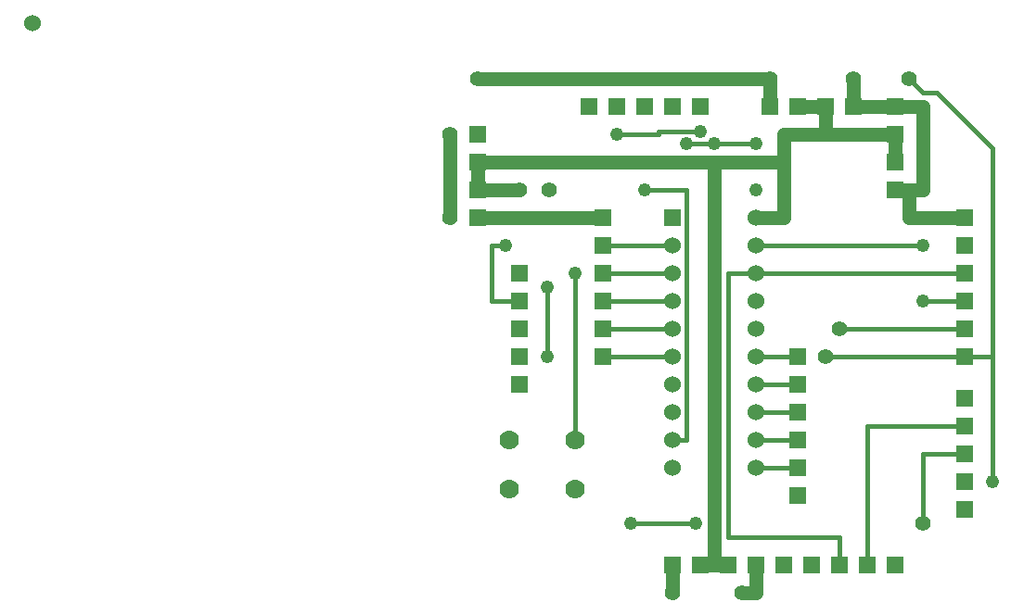
<source format=gbr>
%FSLAX23Y23*%
%MOIN*%
G04 EasyPC Gerber Version 18.0.1 Build 3581 *
%ADD14R,0.06000X0.06000*%
%ADD12R,0.06000X0.06000*%
%ADD70C,0.01500*%
%ADD19C,0.04800*%
%ADD18C,0.05000*%
%ADD17C,0.05600*%
%ADD10C,0.06000*%
%ADD13C,0.06000*%
%ADD16C,0.07000*%
X0Y0D02*
D02*
D10*
X30Y2203D03*
D02*
D12*
X2330Y1503D03*
D02*
D13*
Y603D03*
Y703D03*
Y803D03*
Y903D03*
Y1002D03*
Y1103D03*
Y1202D03*
Y1303D03*
Y1403D03*
X2630Y603D03*
Y703D03*
Y803D03*
Y903D03*
Y1002D03*
Y1103D03*
Y1202D03*
Y1303D03*
Y1403D03*
Y1503D03*
D02*
D14*
X1630D03*
Y1603D03*
Y1703D03*
Y1803D03*
X1780Y903D03*
Y1002D03*
Y1103D03*
Y1202D03*
Y1303D03*
X2030Y1903D03*
X2080Y1002D03*
Y1103D03*
Y1202D03*
Y1303D03*
Y1403D03*
Y1503D03*
X2130Y1903D03*
X2230D03*
X2330Y253D03*
Y1903D03*
X2430Y253D03*
Y1903D03*
X2530Y253D03*
X2630D03*
X2680Y1903D03*
X2730Y253D03*
X2780Y502D03*
Y603D03*
Y703D03*
Y803D03*
Y903D03*
Y1002D03*
Y1903D03*
X2830Y253D03*
X2880Y1903D03*
X2930Y253D03*
X2980Y1903D03*
X3030Y253D03*
X3130D03*
Y1603D03*
Y1703D03*
Y1803D03*
Y1903D03*
X3380Y453D03*
Y553D03*
Y653D03*
Y753D03*
Y853D03*
Y1002D03*
Y1103D03*
Y1202D03*
Y1303D03*
Y1403D03*
Y1503D03*
D02*
D16*
X1744Y525D03*
Y703D03*
X1980Y525D03*
Y703D03*
D02*
D17*
X1530Y1503D03*
Y1803D03*
X1630Y2003D03*
X1780Y1603D03*
X1885D03*
X2330Y153D03*
X2580D03*
X2680Y2003D03*
X2880Y1002D03*
X2930Y1103D03*
X2980Y2003D03*
X3180D03*
X3230Y403D03*
D02*
D18*
X1530Y1803D02*
Y1503D01*
X1630Y1603D02*
X1780D01*
X1630Y1703D02*
Y1603D01*
Y1703D02*
X2480D01*
X1630Y2003D02*
X2680D01*
X2080Y1503D02*
X1630D01*
X2330Y253D02*
Y153D01*
X2530Y253D02*
X2430D01*
X2530D02*
X2480D01*
Y1703*
X2580Y153D02*
X2630D01*
Y253*
X2680Y1903D02*
Y2003D01*
X2730Y1703D02*
X2480D01*
X2730D02*
Y1503D01*
X2630*
X2780Y1903D02*
X2880D01*
Y1803D02*
Y1903D01*
Y1803D02*
X2730D01*
Y1703*
X2980Y1903D02*
X3130D01*
X2980Y2003D02*
Y1903D01*
X3130Y1803D02*
X2880D01*
X3130D02*
Y1703D01*
Y1903D02*
X3230D01*
Y1603*
X3180*
Y1503*
X3380*
X3180Y1603D02*
X3130D01*
D02*
D19*
X1730Y1403D03*
X1880Y1002D03*
Y1252D03*
X1980Y1303D03*
X2130Y1803D03*
X2180Y403D03*
X2230Y1603D03*
X2380Y1768D03*
X2411Y403D03*
X2430Y1811D03*
X2480Y1768D03*
X2630Y1603D03*
Y1768D03*
X3230Y1202D03*
Y1403D03*
X3480Y553D03*
D02*
D70*
X1780Y1202D02*
X1680D01*
Y1403*
X1730*
X1880Y1002D02*
Y1252D01*
X1980Y1303D02*
Y703D01*
X2080Y1002D02*
X2330D01*
X2080Y1103D02*
X2330D01*
X2080Y1202D02*
X2330D01*
X2080Y1303D02*
X2330D01*
X2080Y1403D02*
X2330D01*
Y703D02*
X2380D01*
Y1603*
X2230*
X2380Y1768D02*
X2480D01*
X2411Y403D02*
X2180D01*
X2430Y1811D02*
X2280D01*
Y1803*
X2130*
X2480Y1768D02*
X2630D01*
Y1303D02*
X3380D01*
X2780Y603D02*
X2630D01*
X2780Y703D02*
X2630D01*
X2780Y803D02*
X2630D01*
X2780Y903D02*
X2630D01*
X2780Y1002D02*
X2630D01*
X2880D02*
X3380D01*
X2930Y253D02*
Y353D01*
X2530*
Y1303*
X2630*
X3230Y1403D02*
X2630D01*
X3380Y653D02*
X3230D01*
Y403*
X3380Y753D02*
X3030D01*
Y253*
X3380Y1002D02*
X3480D01*
X3380Y1103D02*
X2930D01*
X3380Y1202D02*
X3230D01*
X3480Y553D02*
Y1002D01*
Y1753*
X3280Y1953*
X3230*
X3180Y2003*
X0Y0D02*
M02*

</source>
